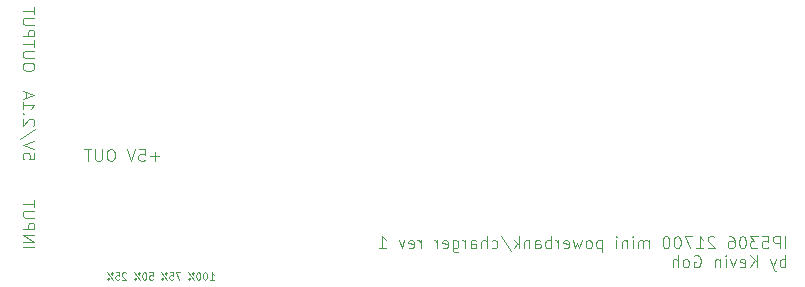
<source format=gbr>
%TF.GenerationSoftware,KiCad,Pcbnew,9.0.6*%
%TF.CreationDate,2026-02-27T22:21:18+08:00*%
%TF.ProjectId,minipower,6d696e69-706f-4776-9572-2e6b69636164,rev?*%
%TF.SameCoordinates,Original*%
%TF.FileFunction,Legend,Bot*%
%TF.FilePolarity,Positive*%
%FSLAX46Y46*%
G04 Gerber Fmt 4.6, Leading zero omitted, Abs format (unit mm)*
G04 Created by KiCad (PCBNEW 9.0.6) date 2026-02-27 22:21:18*
%MOMM*%
%LPD*%
G01*
G04 APERTURE LIST*
%ADD10C,0.100000*%
%ADD11O,1.900000X1.100000*%
%ADD12O,1.500000X4.200000*%
G04 APERTURE END LIST*
D10*
X161196115Y-71762475D02*
X161196115Y-70762475D01*
X160719925Y-71762475D02*
X160719925Y-70762475D01*
X160719925Y-70762475D02*
X160338973Y-70762475D01*
X160338973Y-70762475D02*
X160243735Y-70810094D01*
X160243735Y-70810094D02*
X160196116Y-70857713D01*
X160196116Y-70857713D02*
X160148497Y-70952951D01*
X160148497Y-70952951D02*
X160148497Y-71095808D01*
X160148497Y-71095808D02*
X160196116Y-71191046D01*
X160196116Y-71191046D02*
X160243735Y-71238665D01*
X160243735Y-71238665D02*
X160338973Y-71286284D01*
X160338973Y-71286284D02*
X160719925Y-71286284D01*
X159243735Y-70762475D02*
X159719925Y-70762475D01*
X159719925Y-70762475D02*
X159767544Y-71238665D01*
X159767544Y-71238665D02*
X159719925Y-71191046D01*
X159719925Y-71191046D02*
X159624687Y-71143427D01*
X159624687Y-71143427D02*
X159386592Y-71143427D01*
X159386592Y-71143427D02*
X159291354Y-71191046D01*
X159291354Y-71191046D02*
X159243735Y-71238665D01*
X159243735Y-71238665D02*
X159196116Y-71333903D01*
X159196116Y-71333903D02*
X159196116Y-71571998D01*
X159196116Y-71571998D02*
X159243735Y-71667236D01*
X159243735Y-71667236D02*
X159291354Y-71714856D01*
X159291354Y-71714856D02*
X159386592Y-71762475D01*
X159386592Y-71762475D02*
X159624687Y-71762475D01*
X159624687Y-71762475D02*
X159719925Y-71714856D01*
X159719925Y-71714856D02*
X159767544Y-71667236D01*
X158862782Y-70762475D02*
X158243735Y-70762475D01*
X158243735Y-70762475D02*
X158577068Y-71143427D01*
X158577068Y-71143427D02*
X158434211Y-71143427D01*
X158434211Y-71143427D02*
X158338973Y-71191046D01*
X158338973Y-71191046D02*
X158291354Y-71238665D01*
X158291354Y-71238665D02*
X158243735Y-71333903D01*
X158243735Y-71333903D02*
X158243735Y-71571998D01*
X158243735Y-71571998D02*
X158291354Y-71667236D01*
X158291354Y-71667236D02*
X158338973Y-71714856D01*
X158338973Y-71714856D02*
X158434211Y-71762475D01*
X158434211Y-71762475D02*
X158719925Y-71762475D01*
X158719925Y-71762475D02*
X158815163Y-71714856D01*
X158815163Y-71714856D02*
X158862782Y-71667236D01*
X157624687Y-70762475D02*
X157529449Y-70762475D01*
X157529449Y-70762475D02*
X157434211Y-70810094D01*
X157434211Y-70810094D02*
X157386592Y-70857713D01*
X157386592Y-70857713D02*
X157338973Y-70952951D01*
X157338973Y-70952951D02*
X157291354Y-71143427D01*
X157291354Y-71143427D02*
X157291354Y-71381522D01*
X157291354Y-71381522D02*
X157338973Y-71571998D01*
X157338973Y-71571998D02*
X157386592Y-71667236D01*
X157386592Y-71667236D02*
X157434211Y-71714856D01*
X157434211Y-71714856D02*
X157529449Y-71762475D01*
X157529449Y-71762475D02*
X157624687Y-71762475D01*
X157624687Y-71762475D02*
X157719925Y-71714856D01*
X157719925Y-71714856D02*
X157767544Y-71667236D01*
X157767544Y-71667236D02*
X157815163Y-71571998D01*
X157815163Y-71571998D02*
X157862782Y-71381522D01*
X157862782Y-71381522D02*
X157862782Y-71143427D01*
X157862782Y-71143427D02*
X157815163Y-70952951D01*
X157815163Y-70952951D02*
X157767544Y-70857713D01*
X157767544Y-70857713D02*
X157719925Y-70810094D01*
X157719925Y-70810094D02*
X157624687Y-70762475D01*
X156434211Y-70762475D02*
X156624687Y-70762475D01*
X156624687Y-70762475D02*
X156719925Y-70810094D01*
X156719925Y-70810094D02*
X156767544Y-70857713D01*
X156767544Y-70857713D02*
X156862782Y-71000570D01*
X156862782Y-71000570D02*
X156910401Y-71191046D01*
X156910401Y-71191046D02*
X156910401Y-71571998D01*
X156910401Y-71571998D02*
X156862782Y-71667236D01*
X156862782Y-71667236D02*
X156815163Y-71714856D01*
X156815163Y-71714856D02*
X156719925Y-71762475D01*
X156719925Y-71762475D02*
X156529449Y-71762475D01*
X156529449Y-71762475D02*
X156434211Y-71714856D01*
X156434211Y-71714856D02*
X156386592Y-71667236D01*
X156386592Y-71667236D02*
X156338973Y-71571998D01*
X156338973Y-71571998D02*
X156338973Y-71333903D01*
X156338973Y-71333903D02*
X156386592Y-71238665D01*
X156386592Y-71238665D02*
X156434211Y-71191046D01*
X156434211Y-71191046D02*
X156529449Y-71143427D01*
X156529449Y-71143427D02*
X156719925Y-71143427D01*
X156719925Y-71143427D02*
X156815163Y-71191046D01*
X156815163Y-71191046D02*
X156862782Y-71238665D01*
X156862782Y-71238665D02*
X156910401Y-71333903D01*
X155196115Y-70857713D02*
X155148496Y-70810094D01*
X155148496Y-70810094D02*
X155053258Y-70762475D01*
X155053258Y-70762475D02*
X154815163Y-70762475D01*
X154815163Y-70762475D02*
X154719925Y-70810094D01*
X154719925Y-70810094D02*
X154672306Y-70857713D01*
X154672306Y-70857713D02*
X154624687Y-70952951D01*
X154624687Y-70952951D02*
X154624687Y-71048189D01*
X154624687Y-71048189D02*
X154672306Y-71191046D01*
X154672306Y-71191046D02*
X155243734Y-71762475D01*
X155243734Y-71762475D02*
X154624687Y-71762475D01*
X153672306Y-71762475D02*
X154243734Y-71762475D01*
X153958020Y-71762475D02*
X153958020Y-70762475D01*
X153958020Y-70762475D02*
X154053258Y-70905332D01*
X154053258Y-70905332D02*
X154148496Y-71000570D01*
X154148496Y-71000570D02*
X154243734Y-71048189D01*
X153338972Y-70762475D02*
X152672306Y-70762475D01*
X152672306Y-70762475D02*
X153100877Y-71762475D01*
X152100877Y-70762475D02*
X152005639Y-70762475D01*
X152005639Y-70762475D02*
X151910401Y-70810094D01*
X151910401Y-70810094D02*
X151862782Y-70857713D01*
X151862782Y-70857713D02*
X151815163Y-70952951D01*
X151815163Y-70952951D02*
X151767544Y-71143427D01*
X151767544Y-71143427D02*
X151767544Y-71381522D01*
X151767544Y-71381522D02*
X151815163Y-71571998D01*
X151815163Y-71571998D02*
X151862782Y-71667236D01*
X151862782Y-71667236D02*
X151910401Y-71714856D01*
X151910401Y-71714856D02*
X152005639Y-71762475D01*
X152005639Y-71762475D02*
X152100877Y-71762475D01*
X152100877Y-71762475D02*
X152196115Y-71714856D01*
X152196115Y-71714856D02*
X152243734Y-71667236D01*
X152243734Y-71667236D02*
X152291353Y-71571998D01*
X152291353Y-71571998D02*
X152338972Y-71381522D01*
X152338972Y-71381522D02*
X152338972Y-71143427D01*
X152338972Y-71143427D02*
X152291353Y-70952951D01*
X152291353Y-70952951D02*
X152243734Y-70857713D01*
X152243734Y-70857713D02*
X152196115Y-70810094D01*
X152196115Y-70810094D02*
X152100877Y-70762475D01*
X151148496Y-70762475D02*
X151053258Y-70762475D01*
X151053258Y-70762475D02*
X150958020Y-70810094D01*
X150958020Y-70810094D02*
X150910401Y-70857713D01*
X150910401Y-70857713D02*
X150862782Y-70952951D01*
X150862782Y-70952951D02*
X150815163Y-71143427D01*
X150815163Y-71143427D02*
X150815163Y-71381522D01*
X150815163Y-71381522D02*
X150862782Y-71571998D01*
X150862782Y-71571998D02*
X150910401Y-71667236D01*
X150910401Y-71667236D02*
X150958020Y-71714856D01*
X150958020Y-71714856D02*
X151053258Y-71762475D01*
X151053258Y-71762475D02*
X151148496Y-71762475D01*
X151148496Y-71762475D02*
X151243734Y-71714856D01*
X151243734Y-71714856D02*
X151291353Y-71667236D01*
X151291353Y-71667236D02*
X151338972Y-71571998D01*
X151338972Y-71571998D02*
X151386591Y-71381522D01*
X151386591Y-71381522D02*
X151386591Y-71143427D01*
X151386591Y-71143427D02*
X151338972Y-70952951D01*
X151338972Y-70952951D02*
X151291353Y-70857713D01*
X151291353Y-70857713D02*
X151243734Y-70810094D01*
X151243734Y-70810094D02*
X151148496Y-70762475D01*
X149624686Y-71762475D02*
X149624686Y-71095808D01*
X149624686Y-71191046D02*
X149577067Y-71143427D01*
X149577067Y-71143427D02*
X149481829Y-71095808D01*
X149481829Y-71095808D02*
X149338972Y-71095808D01*
X149338972Y-71095808D02*
X149243734Y-71143427D01*
X149243734Y-71143427D02*
X149196115Y-71238665D01*
X149196115Y-71238665D02*
X149196115Y-71762475D01*
X149196115Y-71238665D02*
X149148496Y-71143427D01*
X149148496Y-71143427D02*
X149053258Y-71095808D01*
X149053258Y-71095808D02*
X148910401Y-71095808D01*
X148910401Y-71095808D02*
X148815162Y-71143427D01*
X148815162Y-71143427D02*
X148767543Y-71238665D01*
X148767543Y-71238665D02*
X148767543Y-71762475D01*
X148291353Y-71762475D02*
X148291353Y-71095808D01*
X148291353Y-70762475D02*
X148338972Y-70810094D01*
X148338972Y-70810094D02*
X148291353Y-70857713D01*
X148291353Y-70857713D02*
X148243734Y-70810094D01*
X148243734Y-70810094D02*
X148291353Y-70762475D01*
X148291353Y-70762475D02*
X148291353Y-70857713D01*
X147815163Y-71095808D02*
X147815163Y-71762475D01*
X147815163Y-71191046D02*
X147767544Y-71143427D01*
X147767544Y-71143427D02*
X147672306Y-71095808D01*
X147672306Y-71095808D02*
X147529449Y-71095808D01*
X147529449Y-71095808D02*
X147434211Y-71143427D01*
X147434211Y-71143427D02*
X147386592Y-71238665D01*
X147386592Y-71238665D02*
X147386592Y-71762475D01*
X146910401Y-71762475D02*
X146910401Y-71095808D01*
X146910401Y-70762475D02*
X146958020Y-70810094D01*
X146958020Y-70810094D02*
X146910401Y-70857713D01*
X146910401Y-70857713D02*
X146862782Y-70810094D01*
X146862782Y-70810094D02*
X146910401Y-70762475D01*
X146910401Y-70762475D02*
X146910401Y-70857713D01*
X145672306Y-71095808D02*
X145672306Y-72095808D01*
X145672306Y-71143427D02*
X145577068Y-71095808D01*
X145577068Y-71095808D02*
X145386592Y-71095808D01*
X145386592Y-71095808D02*
X145291354Y-71143427D01*
X145291354Y-71143427D02*
X145243735Y-71191046D01*
X145243735Y-71191046D02*
X145196116Y-71286284D01*
X145196116Y-71286284D02*
X145196116Y-71571998D01*
X145196116Y-71571998D02*
X145243735Y-71667236D01*
X145243735Y-71667236D02*
X145291354Y-71714856D01*
X145291354Y-71714856D02*
X145386592Y-71762475D01*
X145386592Y-71762475D02*
X145577068Y-71762475D01*
X145577068Y-71762475D02*
X145672306Y-71714856D01*
X144624687Y-71762475D02*
X144719925Y-71714856D01*
X144719925Y-71714856D02*
X144767544Y-71667236D01*
X144767544Y-71667236D02*
X144815163Y-71571998D01*
X144815163Y-71571998D02*
X144815163Y-71286284D01*
X144815163Y-71286284D02*
X144767544Y-71191046D01*
X144767544Y-71191046D02*
X144719925Y-71143427D01*
X144719925Y-71143427D02*
X144624687Y-71095808D01*
X144624687Y-71095808D02*
X144481830Y-71095808D01*
X144481830Y-71095808D02*
X144386592Y-71143427D01*
X144386592Y-71143427D02*
X144338973Y-71191046D01*
X144338973Y-71191046D02*
X144291354Y-71286284D01*
X144291354Y-71286284D02*
X144291354Y-71571998D01*
X144291354Y-71571998D02*
X144338973Y-71667236D01*
X144338973Y-71667236D02*
X144386592Y-71714856D01*
X144386592Y-71714856D02*
X144481830Y-71762475D01*
X144481830Y-71762475D02*
X144624687Y-71762475D01*
X143958020Y-71095808D02*
X143767544Y-71762475D01*
X143767544Y-71762475D02*
X143577068Y-71286284D01*
X143577068Y-71286284D02*
X143386592Y-71762475D01*
X143386592Y-71762475D02*
X143196116Y-71095808D01*
X142434211Y-71714856D02*
X142529449Y-71762475D01*
X142529449Y-71762475D02*
X142719925Y-71762475D01*
X142719925Y-71762475D02*
X142815163Y-71714856D01*
X142815163Y-71714856D02*
X142862782Y-71619617D01*
X142862782Y-71619617D02*
X142862782Y-71238665D01*
X142862782Y-71238665D02*
X142815163Y-71143427D01*
X142815163Y-71143427D02*
X142719925Y-71095808D01*
X142719925Y-71095808D02*
X142529449Y-71095808D01*
X142529449Y-71095808D02*
X142434211Y-71143427D01*
X142434211Y-71143427D02*
X142386592Y-71238665D01*
X142386592Y-71238665D02*
X142386592Y-71333903D01*
X142386592Y-71333903D02*
X142862782Y-71429141D01*
X141958020Y-71762475D02*
X141958020Y-71095808D01*
X141958020Y-71286284D02*
X141910401Y-71191046D01*
X141910401Y-71191046D02*
X141862782Y-71143427D01*
X141862782Y-71143427D02*
X141767544Y-71095808D01*
X141767544Y-71095808D02*
X141672306Y-71095808D01*
X141338972Y-71762475D02*
X141338972Y-70762475D01*
X141338972Y-71143427D02*
X141243734Y-71095808D01*
X141243734Y-71095808D02*
X141053258Y-71095808D01*
X141053258Y-71095808D02*
X140958020Y-71143427D01*
X140958020Y-71143427D02*
X140910401Y-71191046D01*
X140910401Y-71191046D02*
X140862782Y-71286284D01*
X140862782Y-71286284D02*
X140862782Y-71571998D01*
X140862782Y-71571998D02*
X140910401Y-71667236D01*
X140910401Y-71667236D02*
X140958020Y-71714856D01*
X140958020Y-71714856D02*
X141053258Y-71762475D01*
X141053258Y-71762475D02*
X141243734Y-71762475D01*
X141243734Y-71762475D02*
X141338972Y-71714856D01*
X140005639Y-71762475D02*
X140005639Y-71238665D01*
X140005639Y-71238665D02*
X140053258Y-71143427D01*
X140053258Y-71143427D02*
X140148496Y-71095808D01*
X140148496Y-71095808D02*
X140338972Y-71095808D01*
X140338972Y-71095808D02*
X140434210Y-71143427D01*
X140005639Y-71714856D02*
X140100877Y-71762475D01*
X140100877Y-71762475D02*
X140338972Y-71762475D01*
X140338972Y-71762475D02*
X140434210Y-71714856D01*
X140434210Y-71714856D02*
X140481829Y-71619617D01*
X140481829Y-71619617D02*
X140481829Y-71524379D01*
X140481829Y-71524379D02*
X140434210Y-71429141D01*
X140434210Y-71429141D02*
X140338972Y-71381522D01*
X140338972Y-71381522D02*
X140100877Y-71381522D01*
X140100877Y-71381522D02*
X140005639Y-71333903D01*
X139529448Y-71095808D02*
X139529448Y-71762475D01*
X139529448Y-71191046D02*
X139481829Y-71143427D01*
X139481829Y-71143427D02*
X139386591Y-71095808D01*
X139386591Y-71095808D02*
X139243734Y-71095808D01*
X139243734Y-71095808D02*
X139148496Y-71143427D01*
X139148496Y-71143427D02*
X139100877Y-71238665D01*
X139100877Y-71238665D02*
X139100877Y-71762475D01*
X138624686Y-71762475D02*
X138624686Y-70762475D01*
X138529448Y-71381522D02*
X138243734Y-71762475D01*
X138243734Y-71095808D02*
X138624686Y-71476760D01*
X137100877Y-70714856D02*
X137958019Y-72000570D01*
X136338972Y-71714856D02*
X136434210Y-71762475D01*
X136434210Y-71762475D02*
X136624686Y-71762475D01*
X136624686Y-71762475D02*
X136719924Y-71714856D01*
X136719924Y-71714856D02*
X136767543Y-71667236D01*
X136767543Y-71667236D02*
X136815162Y-71571998D01*
X136815162Y-71571998D02*
X136815162Y-71286284D01*
X136815162Y-71286284D02*
X136767543Y-71191046D01*
X136767543Y-71191046D02*
X136719924Y-71143427D01*
X136719924Y-71143427D02*
X136624686Y-71095808D01*
X136624686Y-71095808D02*
X136434210Y-71095808D01*
X136434210Y-71095808D02*
X136338972Y-71143427D01*
X135910400Y-71762475D02*
X135910400Y-70762475D01*
X135481829Y-71762475D02*
X135481829Y-71238665D01*
X135481829Y-71238665D02*
X135529448Y-71143427D01*
X135529448Y-71143427D02*
X135624686Y-71095808D01*
X135624686Y-71095808D02*
X135767543Y-71095808D01*
X135767543Y-71095808D02*
X135862781Y-71143427D01*
X135862781Y-71143427D02*
X135910400Y-71191046D01*
X134577067Y-71762475D02*
X134577067Y-71238665D01*
X134577067Y-71238665D02*
X134624686Y-71143427D01*
X134624686Y-71143427D02*
X134719924Y-71095808D01*
X134719924Y-71095808D02*
X134910400Y-71095808D01*
X134910400Y-71095808D02*
X135005638Y-71143427D01*
X134577067Y-71714856D02*
X134672305Y-71762475D01*
X134672305Y-71762475D02*
X134910400Y-71762475D01*
X134910400Y-71762475D02*
X135005638Y-71714856D01*
X135005638Y-71714856D02*
X135053257Y-71619617D01*
X135053257Y-71619617D02*
X135053257Y-71524379D01*
X135053257Y-71524379D02*
X135005638Y-71429141D01*
X135005638Y-71429141D02*
X134910400Y-71381522D01*
X134910400Y-71381522D02*
X134672305Y-71381522D01*
X134672305Y-71381522D02*
X134577067Y-71333903D01*
X134100876Y-71762475D02*
X134100876Y-71095808D01*
X134100876Y-71286284D02*
X134053257Y-71191046D01*
X134053257Y-71191046D02*
X134005638Y-71143427D01*
X134005638Y-71143427D02*
X133910400Y-71095808D01*
X133910400Y-71095808D02*
X133815162Y-71095808D01*
X133053257Y-71095808D02*
X133053257Y-71905332D01*
X133053257Y-71905332D02*
X133100876Y-72000570D01*
X133100876Y-72000570D02*
X133148495Y-72048189D01*
X133148495Y-72048189D02*
X133243733Y-72095808D01*
X133243733Y-72095808D02*
X133386590Y-72095808D01*
X133386590Y-72095808D02*
X133481828Y-72048189D01*
X133053257Y-71714856D02*
X133148495Y-71762475D01*
X133148495Y-71762475D02*
X133338971Y-71762475D01*
X133338971Y-71762475D02*
X133434209Y-71714856D01*
X133434209Y-71714856D02*
X133481828Y-71667236D01*
X133481828Y-71667236D02*
X133529447Y-71571998D01*
X133529447Y-71571998D02*
X133529447Y-71286284D01*
X133529447Y-71286284D02*
X133481828Y-71191046D01*
X133481828Y-71191046D02*
X133434209Y-71143427D01*
X133434209Y-71143427D02*
X133338971Y-71095808D01*
X133338971Y-71095808D02*
X133148495Y-71095808D01*
X133148495Y-71095808D02*
X133053257Y-71143427D01*
X132196114Y-71714856D02*
X132291352Y-71762475D01*
X132291352Y-71762475D02*
X132481828Y-71762475D01*
X132481828Y-71762475D02*
X132577066Y-71714856D01*
X132577066Y-71714856D02*
X132624685Y-71619617D01*
X132624685Y-71619617D02*
X132624685Y-71238665D01*
X132624685Y-71238665D02*
X132577066Y-71143427D01*
X132577066Y-71143427D02*
X132481828Y-71095808D01*
X132481828Y-71095808D02*
X132291352Y-71095808D01*
X132291352Y-71095808D02*
X132196114Y-71143427D01*
X132196114Y-71143427D02*
X132148495Y-71238665D01*
X132148495Y-71238665D02*
X132148495Y-71333903D01*
X132148495Y-71333903D02*
X132624685Y-71429141D01*
X131719923Y-71762475D02*
X131719923Y-71095808D01*
X131719923Y-71286284D02*
X131672304Y-71191046D01*
X131672304Y-71191046D02*
X131624685Y-71143427D01*
X131624685Y-71143427D02*
X131529447Y-71095808D01*
X131529447Y-71095808D02*
X131434209Y-71095808D01*
X130338970Y-71762475D02*
X130338970Y-71095808D01*
X130338970Y-71286284D02*
X130291351Y-71191046D01*
X130291351Y-71191046D02*
X130243732Y-71143427D01*
X130243732Y-71143427D02*
X130148494Y-71095808D01*
X130148494Y-71095808D02*
X130053256Y-71095808D01*
X129338970Y-71714856D02*
X129434208Y-71762475D01*
X129434208Y-71762475D02*
X129624684Y-71762475D01*
X129624684Y-71762475D02*
X129719922Y-71714856D01*
X129719922Y-71714856D02*
X129767541Y-71619617D01*
X129767541Y-71619617D02*
X129767541Y-71238665D01*
X129767541Y-71238665D02*
X129719922Y-71143427D01*
X129719922Y-71143427D02*
X129624684Y-71095808D01*
X129624684Y-71095808D02*
X129434208Y-71095808D01*
X129434208Y-71095808D02*
X129338970Y-71143427D01*
X129338970Y-71143427D02*
X129291351Y-71238665D01*
X129291351Y-71238665D02*
X129291351Y-71333903D01*
X129291351Y-71333903D02*
X129767541Y-71429141D01*
X128958017Y-71095808D02*
X128719922Y-71762475D01*
X128719922Y-71762475D02*
X128481827Y-71095808D01*
X126815160Y-71762475D02*
X127386588Y-71762475D01*
X127100874Y-71762475D02*
X127100874Y-70762475D01*
X127100874Y-70762475D02*
X127196112Y-70905332D01*
X127196112Y-70905332D02*
X127291350Y-71000570D01*
X127291350Y-71000570D02*
X127386588Y-71048189D01*
X161196115Y-73372419D02*
X161196115Y-72372419D01*
X161196115Y-72753371D02*
X161100877Y-72705752D01*
X161100877Y-72705752D02*
X160910401Y-72705752D01*
X160910401Y-72705752D02*
X160815163Y-72753371D01*
X160815163Y-72753371D02*
X160767544Y-72800990D01*
X160767544Y-72800990D02*
X160719925Y-72896228D01*
X160719925Y-72896228D02*
X160719925Y-73181942D01*
X160719925Y-73181942D02*
X160767544Y-73277180D01*
X160767544Y-73277180D02*
X160815163Y-73324800D01*
X160815163Y-73324800D02*
X160910401Y-73372419D01*
X160910401Y-73372419D02*
X161100877Y-73372419D01*
X161100877Y-73372419D02*
X161196115Y-73324800D01*
X160386591Y-72705752D02*
X160148496Y-73372419D01*
X159910401Y-72705752D02*
X160148496Y-73372419D01*
X160148496Y-73372419D02*
X160243734Y-73610514D01*
X160243734Y-73610514D02*
X160291353Y-73658133D01*
X160291353Y-73658133D02*
X160386591Y-73705752D01*
X158767543Y-73372419D02*
X158767543Y-72372419D01*
X158196115Y-73372419D02*
X158624686Y-72800990D01*
X158196115Y-72372419D02*
X158767543Y-72943847D01*
X157386591Y-73324800D02*
X157481829Y-73372419D01*
X157481829Y-73372419D02*
X157672305Y-73372419D01*
X157672305Y-73372419D02*
X157767543Y-73324800D01*
X157767543Y-73324800D02*
X157815162Y-73229561D01*
X157815162Y-73229561D02*
X157815162Y-72848609D01*
X157815162Y-72848609D02*
X157767543Y-72753371D01*
X157767543Y-72753371D02*
X157672305Y-72705752D01*
X157672305Y-72705752D02*
X157481829Y-72705752D01*
X157481829Y-72705752D02*
X157386591Y-72753371D01*
X157386591Y-72753371D02*
X157338972Y-72848609D01*
X157338972Y-72848609D02*
X157338972Y-72943847D01*
X157338972Y-72943847D02*
X157815162Y-73039085D01*
X157005638Y-72705752D02*
X156767543Y-73372419D01*
X156767543Y-73372419D02*
X156529448Y-72705752D01*
X156148495Y-73372419D02*
X156148495Y-72705752D01*
X156148495Y-72372419D02*
X156196114Y-72420038D01*
X156196114Y-72420038D02*
X156148495Y-72467657D01*
X156148495Y-72467657D02*
X156100876Y-72420038D01*
X156100876Y-72420038D02*
X156148495Y-72372419D01*
X156148495Y-72372419D02*
X156148495Y-72467657D01*
X155672305Y-72705752D02*
X155672305Y-73372419D01*
X155672305Y-72800990D02*
X155624686Y-72753371D01*
X155624686Y-72753371D02*
X155529448Y-72705752D01*
X155529448Y-72705752D02*
X155386591Y-72705752D01*
X155386591Y-72705752D02*
X155291353Y-72753371D01*
X155291353Y-72753371D02*
X155243734Y-72848609D01*
X155243734Y-72848609D02*
X155243734Y-73372419D01*
X153481829Y-72420038D02*
X153577067Y-72372419D01*
X153577067Y-72372419D02*
X153719924Y-72372419D01*
X153719924Y-72372419D02*
X153862781Y-72420038D01*
X153862781Y-72420038D02*
X153958019Y-72515276D01*
X153958019Y-72515276D02*
X154005638Y-72610514D01*
X154005638Y-72610514D02*
X154053257Y-72800990D01*
X154053257Y-72800990D02*
X154053257Y-72943847D01*
X154053257Y-72943847D02*
X154005638Y-73134323D01*
X154005638Y-73134323D02*
X153958019Y-73229561D01*
X153958019Y-73229561D02*
X153862781Y-73324800D01*
X153862781Y-73324800D02*
X153719924Y-73372419D01*
X153719924Y-73372419D02*
X153624686Y-73372419D01*
X153624686Y-73372419D02*
X153481829Y-73324800D01*
X153481829Y-73324800D02*
X153434210Y-73277180D01*
X153434210Y-73277180D02*
X153434210Y-72943847D01*
X153434210Y-72943847D02*
X153624686Y-72943847D01*
X152862781Y-73372419D02*
X152958019Y-73324800D01*
X152958019Y-73324800D02*
X153005638Y-73277180D01*
X153005638Y-73277180D02*
X153053257Y-73181942D01*
X153053257Y-73181942D02*
X153053257Y-72896228D01*
X153053257Y-72896228D02*
X153005638Y-72800990D01*
X153005638Y-72800990D02*
X152958019Y-72753371D01*
X152958019Y-72753371D02*
X152862781Y-72705752D01*
X152862781Y-72705752D02*
X152719924Y-72705752D01*
X152719924Y-72705752D02*
X152624686Y-72753371D01*
X152624686Y-72753371D02*
X152577067Y-72800990D01*
X152577067Y-72800990D02*
X152529448Y-72896228D01*
X152529448Y-72896228D02*
X152529448Y-73181942D01*
X152529448Y-73181942D02*
X152577067Y-73277180D01*
X152577067Y-73277180D02*
X152624686Y-73324800D01*
X152624686Y-73324800D02*
X152719924Y-73372419D01*
X152719924Y-73372419D02*
X152862781Y-73372419D01*
X152100876Y-73372419D02*
X152100876Y-72372419D01*
X151672305Y-73372419D02*
X151672305Y-72848609D01*
X151672305Y-72848609D02*
X151719924Y-72753371D01*
X151719924Y-72753371D02*
X151815162Y-72705752D01*
X151815162Y-72705752D02*
X151958019Y-72705752D01*
X151958019Y-72705752D02*
X152053257Y-72753371D01*
X152053257Y-72753371D02*
X152100876Y-72800990D01*
X108196115Y-63991466D02*
X107434211Y-63991466D01*
X107815163Y-64372419D02*
X107815163Y-63610514D01*
X106481830Y-63372419D02*
X106958020Y-63372419D01*
X106958020Y-63372419D02*
X107005639Y-63848609D01*
X107005639Y-63848609D02*
X106958020Y-63800990D01*
X106958020Y-63800990D02*
X106862782Y-63753371D01*
X106862782Y-63753371D02*
X106624687Y-63753371D01*
X106624687Y-63753371D02*
X106529449Y-63800990D01*
X106529449Y-63800990D02*
X106481830Y-63848609D01*
X106481830Y-63848609D02*
X106434211Y-63943847D01*
X106434211Y-63943847D02*
X106434211Y-64181942D01*
X106434211Y-64181942D02*
X106481830Y-64277180D01*
X106481830Y-64277180D02*
X106529449Y-64324800D01*
X106529449Y-64324800D02*
X106624687Y-64372419D01*
X106624687Y-64372419D02*
X106862782Y-64372419D01*
X106862782Y-64372419D02*
X106958020Y-64324800D01*
X106958020Y-64324800D02*
X107005639Y-64277180D01*
X106148496Y-63372419D02*
X105815163Y-64372419D01*
X105815163Y-64372419D02*
X105481830Y-63372419D01*
X104196115Y-63372419D02*
X104005639Y-63372419D01*
X104005639Y-63372419D02*
X103910401Y-63420038D01*
X103910401Y-63420038D02*
X103815163Y-63515276D01*
X103815163Y-63515276D02*
X103767544Y-63705752D01*
X103767544Y-63705752D02*
X103767544Y-64039085D01*
X103767544Y-64039085D02*
X103815163Y-64229561D01*
X103815163Y-64229561D02*
X103910401Y-64324800D01*
X103910401Y-64324800D02*
X104005639Y-64372419D01*
X104005639Y-64372419D02*
X104196115Y-64372419D01*
X104196115Y-64372419D02*
X104291353Y-64324800D01*
X104291353Y-64324800D02*
X104386591Y-64229561D01*
X104386591Y-64229561D02*
X104434210Y-64039085D01*
X104434210Y-64039085D02*
X104434210Y-63705752D01*
X104434210Y-63705752D02*
X104386591Y-63515276D01*
X104386591Y-63515276D02*
X104291353Y-63420038D01*
X104291353Y-63420038D02*
X104196115Y-63372419D01*
X103338972Y-63372419D02*
X103338972Y-64181942D01*
X103338972Y-64181942D02*
X103291353Y-64277180D01*
X103291353Y-64277180D02*
X103243734Y-64324800D01*
X103243734Y-64324800D02*
X103148496Y-64372419D01*
X103148496Y-64372419D02*
X102958020Y-64372419D01*
X102958020Y-64372419D02*
X102862782Y-64324800D01*
X102862782Y-64324800D02*
X102815163Y-64277180D01*
X102815163Y-64277180D02*
X102767544Y-64181942D01*
X102767544Y-64181942D02*
X102767544Y-63372419D01*
X102434210Y-63372419D02*
X101862782Y-63372419D01*
X102148496Y-64372419D02*
X102148496Y-63372419D01*
X97627580Y-63719925D02*
X97627580Y-64196115D01*
X97627580Y-64196115D02*
X97151390Y-64243734D01*
X97151390Y-64243734D02*
X97199009Y-64196115D01*
X97199009Y-64196115D02*
X97246628Y-64100877D01*
X97246628Y-64100877D02*
X97246628Y-63862782D01*
X97246628Y-63862782D02*
X97199009Y-63767544D01*
X97199009Y-63767544D02*
X97151390Y-63719925D01*
X97151390Y-63719925D02*
X97056152Y-63672306D01*
X97056152Y-63672306D02*
X96818057Y-63672306D01*
X96818057Y-63672306D02*
X96722819Y-63719925D01*
X96722819Y-63719925D02*
X96675200Y-63767544D01*
X96675200Y-63767544D02*
X96627580Y-63862782D01*
X96627580Y-63862782D02*
X96627580Y-64100877D01*
X96627580Y-64100877D02*
X96675200Y-64196115D01*
X96675200Y-64196115D02*
X96722819Y-64243734D01*
X97627580Y-63386591D02*
X96627580Y-63053258D01*
X96627580Y-63053258D02*
X97627580Y-62719925D01*
X97675200Y-61672306D02*
X96389485Y-62529448D01*
X97532342Y-61386591D02*
X97579961Y-61338972D01*
X97579961Y-61338972D02*
X97627580Y-61243734D01*
X97627580Y-61243734D02*
X97627580Y-61005639D01*
X97627580Y-61005639D02*
X97579961Y-60910401D01*
X97579961Y-60910401D02*
X97532342Y-60862782D01*
X97532342Y-60862782D02*
X97437104Y-60815163D01*
X97437104Y-60815163D02*
X97341866Y-60815163D01*
X97341866Y-60815163D02*
X97199009Y-60862782D01*
X97199009Y-60862782D02*
X96627580Y-61434210D01*
X96627580Y-61434210D02*
X96627580Y-60815163D01*
X96722819Y-60386591D02*
X96675200Y-60338972D01*
X96675200Y-60338972D02*
X96627580Y-60386591D01*
X96627580Y-60386591D02*
X96675200Y-60434210D01*
X96675200Y-60434210D02*
X96722819Y-60386591D01*
X96722819Y-60386591D02*
X96627580Y-60386591D01*
X96627580Y-59386592D02*
X96627580Y-59958020D01*
X96627580Y-59672306D02*
X97627580Y-59672306D01*
X97627580Y-59672306D02*
X97484723Y-59767544D01*
X97484723Y-59767544D02*
X97389485Y-59862782D01*
X97389485Y-59862782D02*
X97341866Y-59958020D01*
X96913295Y-59005639D02*
X96913295Y-58529449D01*
X96627580Y-59100877D02*
X97627580Y-58767544D01*
X97627580Y-58767544D02*
X96627580Y-58434211D01*
X112477068Y-74421371D02*
X112819925Y-74421371D01*
X112648496Y-74421371D02*
X112648496Y-73821371D01*
X112648496Y-73821371D02*
X112705639Y-73907085D01*
X112705639Y-73907085D02*
X112762782Y-73964228D01*
X112762782Y-73964228D02*
X112819925Y-73992800D01*
X112105639Y-73821371D02*
X112048496Y-73821371D01*
X112048496Y-73821371D02*
X111991353Y-73849942D01*
X111991353Y-73849942D02*
X111962782Y-73878514D01*
X111962782Y-73878514D02*
X111934210Y-73935657D01*
X111934210Y-73935657D02*
X111905639Y-74049942D01*
X111905639Y-74049942D02*
X111905639Y-74192800D01*
X111905639Y-74192800D02*
X111934210Y-74307085D01*
X111934210Y-74307085D02*
X111962782Y-74364228D01*
X111962782Y-74364228D02*
X111991353Y-74392800D01*
X111991353Y-74392800D02*
X112048496Y-74421371D01*
X112048496Y-74421371D02*
X112105639Y-74421371D01*
X112105639Y-74421371D02*
X112162782Y-74392800D01*
X112162782Y-74392800D02*
X112191353Y-74364228D01*
X112191353Y-74364228D02*
X112219924Y-74307085D01*
X112219924Y-74307085D02*
X112248496Y-74192800D01*
X112248496Y-74192800D02*
X112248496Y-74049942D01*
X112248496Y-74049942D02*
X112219924Y-73935657D01*
X112219924Y-73935657D02*
X112191353Y-73878514D01*
X112191353Y-73878514D02*
X112162782Y-73849942D01*
X112162782Y-73849942D02*
X112105639Y-73821371D01*
X111534210Y-73821371D02*
X111477067Y-73821371D01*
X111477067Y-73821371D02*
X111419924Y-73849942D01*
X111419924Y-73849942D02*
X111391353Y-73878514D01*
X111391353Y-73878514D02*
X111362781Y-73935657D01*
X111362781Y-73935657D02*
X111334210Y-74049942D01*
X111334210Y-74049942D02*
X111334210Y-74192800D01*
X111334210Y-74192800D02*
X111362781Y-74307085D01*
X111362781Y-74307085D02*
X111391353Y-74364228D01*
X111391353Y-74364228D02*
X111419924Y-74392800D01*
X111419924Y-74392800D02*
X111477067Y-74421371D01*
X111477067Y-74421371D02*
X111534210Y-74421371D01*
X111534210Y-74421371D02*
X111591353Y-74392800D01*
X111591353Y-74392800D02*
X111619924Y-74364228D01*
X111619924Y-74364228D02*
X111648495Y-74307085D01*
X111648495Y-74307085D02*
X111677067Y-74192800D01*
X111677067Y-74192800D02*
X111677067Y-74049942D01*
X111677067Y-74049942D02*
X111648495Y-73935657D01*
X111648495Y-73935657D02*
X111619924Y-73878514D01*
X111619924Y-73878514D02*
X111591353Y-73849942D01*
X111591353Y-73849942D02*
X111534210Y-73821371D01*
X111105638Y-74421371D02*
X110648495Y-73821371D01*
X111019924Y-73821371D02*
X110962781Y-73849942D01*
X110962781Y-73849942D02*
X110934209Y-73907085D01*
X110934209Y-73907085D02*
X110962781Y-73964228D01*
X110962781Y-73964228D02*
X111019924Y-73992800D01*
X111019924Y-73992800D02*
X111077066Y-73964228D01*
X111077066Y-73964228D02*
X111105638Y-73907085D01*
X111105638Y-73907085D02*
X111077066Y-73849942D01*
X111077066Y-73849942D02*
X111019924Y-73821371D01*
X110677066Y-74392800D02*
X110648495Y-74335657D01*
X110648495Y-74335657D02*
X110677066Y-74278514D01*
X110677066Y-74278514D02*
X110734209Y-74249942D01*
X110734209Y-74249942D02*
X110791352Y-74278514D01*
X110791352Y-74278514D02*
X110819924Y-74335657D01*
X110819924Y-74335657D02*
X110791352Y-74392800D01*
X110791352Y-74392800D02*
X110734209Y-74421371D01*
X110734209Y-74421371D02*
X110677066Y-74392800D01*
X109991352Y-73821371D02*
X109591352Y-73821371D01*
X109591352Y-73821371D02*
X109848495Y-74421371D01*
X109077066Y-73821371D02*
X109362780Y-73821371D01*
X109362780Y-73821371D02*
X109391352Y-74107085D01*
X109391352Y-74107085D02*
X109362780Y-74078514D01*
X109362780Y-74078514D02*
X109305638Y-74049942D01*
X109305638Y-74049942D02*
X109162780Y-74049942D01*
X109162780Y-74049942D02*
X109105638Y-74078514D01*
X109105638Y-74078514D02*
X109077066Y-74107085D01*
X109077066Y-74107085D02*
X109048495Y-74164228D01*
X109048495Y-74164228D02*
X109048495Y-74307085D01*
X109048495Y-74307085D02*
X109077066Y-74364228D01*
X109077066Y-74364228D02*
X109105638Y-74392800D01*
X109105638Y-74392800D02*
X109162780Y-74421371D01*
X109162780Y-74421371D02*
X109305638Y-74421371D01*
X109305638Y-74421371D02*
X109362780Y-74392800D01*
X109362780Y-74392800D02*
X109391352Y-74364228D01*
X108819923Y-74421371D02*
X108362780Y-73821371D01*
X108734209Y-73821371D02*
X108677066Y-73849942D01*
X108677066Y-73849942D02*
X108648494Y-73907085D01*
X108648494Y-73907085D02*
X108677066Y-73964228D01*
X108677066Y-73964228D02*
X108734209Y-73992800D01*
X108734209Y-73992800D02*
X108791351Y-73964228D01*
X108791351Y-73964228D02*
X108819923Y-73907085D01*
X108819923Y-73907085D02*
X108791351Y-73849942D01*
X108791351Y-73849942D02*
X108734209Y-73821371D01*
X108391351Y-74392800D02*
X108362780Y-74335657D01*
X108362780Y-74335657D02*
X108391351Y-74278514D01*
X108391351Y-74278514D02*
X108448494Y-74249942D01*
X108448494Y-74249942D02*
X108505637Y-74278514D01*
X108505637Y-74278514D02*
X108534209Y-74335657D01*
X108534209Y-74335657D02*
X108505637Y-74392800D01*
X108505637Y-74392800D02*
X108448494Y-74421371D01*
X108448494Y-74421371D02*
X108391351Y-74392800D01*
X107362780Y-73821371D02*
X107648494Y-73821371D01*
X107648494Y-73821371D02*
X107677066Y-74107085D01*
X107677066Y-74107085D02*
X107648494Y-74078514D01*
X107648494Y-74078514D02*
X107591352Y-74049942D01*
X107591352Y-74049942D02*
X107448494Y-74049942D01*
X107448494Y-74049942D02*
X107391352Y-74078514D01*
X107391352Y-74078514D02*
X107362780Y-74107085D01*
X107362780Y-74107085D02*
X107334209Y-74164228D01*
X107334209Y-74164228D02*
X107334209Y-74307085D01*
X107334209Y-74307085D02*
X107362780Y-74364228D01*
X107362780Y-74364228D02*
X107391352Y-74392800D01*
X107391352Y-74392800D02*
X107448494Y-74421371D01*
X107448494Y-74421371D02*
X107591352Y-74421371D01*
X107591352Y-74421371D02*
X107648494Y-74392800D01*
X107648494Y-74392800D02*
X107677066Y-74364228D01*
X106962780Y-73821371D02*
X106905637Y-73821371D01*
X106905637Y-73821371D02*
X106848494Y-73849942D01*
X106848494Y-73849942D02*
X106819923Y-73878514D01*
X106819923Y-73878514D02*
X106791351Y-73935657D01*
X106791351Y-73935657D02*
X106762780Y-74049942D01*
X106762780Y-74049942D02*
X106762780Y-74192800D01*
X106762780Y-74192800D02*
X106791351Y-74307085D01*
X106791351Y-74307085D02*
X106819923Y-74364228D01*
X106819923Y-74364228D02*
X106848494Y-74392800D01*
X106848494Y-74392800D02*
X106905637Y-74421371D01*
X106905637Y-74421371D02*
X106962780Y-74421371D01*
X106962780Y-74421371D02*
X107019923Y-74392800D01*
X107019923Y-74392800D02*
X107048494Y-74364228D01*
X107048494Y-74364228D02*
X107077065Y-74307085D01*
X107077065Y-74307085D02*
X107105637Y-74192800D01*
X107105637Y-74192800D02*
X107105637Y-74049942D01*
X107105637Y-74049942D02*
X107077065Y-73935657D01*
X107077065Y-73935657D02*
X107048494Y-73878514D01*
X107048494Y-73878514D02*
X107019923Y-73849942D01*
X107019923Y-73849942D02*
X106962780Y-73821371D01*
X106534208Y-74421371D02*
X106077065Y-73821371D01*
X106448494Y-73821371D02*
X106391351Y-73849942D01*
X106391351Y-73849942D02*
X106362779Y-73907085D01*
X106362779Y-73907085D02*
X106391351Y-73964228D01*
X106391351Y-73964228D02*
X106448494Y-73992800D01*
X106448494Y-73992800D02*
X106505636Y-73964228D01*
X106505636Y-73964228D02*
X106534208Y-73907085D01*
X106534208Y-73907085D02*
X106505636Y-73849942D01*
X106505636Y-73849942D02*
X106448494Y-73821371D01*
X106105636Y-74392800D02*
X106077065Y-74335657D01*
X106077065Y-74335657D02*
X106105636Y-74278514D01*
X106105636Y-74278514D02*
X106162779Y-74249942D01*
X106162779Y-74249942D02*
X106219922Y-74278514D01*
X106219922Y-74278514D02*
X106248494Y-74335657D01*
X106248494Y-74335657D02*
X106219922Y-74392800D01*
X106219922Y-74392800D02*
X106162779Y-74421371D01*
X106162779Y-74421371D02*
X106105636Y-74392800D01*
X105391351Y-73878514D02*
X105362779Y-73849942D01*
X105362779Y-73849942D02*
X105305637Y-73821371D01*
X105305637Y-73821371D02*
X105162779Y-73821371D01*
X105162779Y-73821371D02*
X105105637Y-73849942D01*
X105105637Y-73849942D02*
X105077065Y-73878514D01*
X105077065Y-73878514D02*
X105048494Y-73935657D01*
X105048494Y-73935657D02*
X105048494Y-73992800D01*
X105048494Y-73992800D02*
X105077065Y-74078514D01*
X105077065Y-74078514D02*
X105419922Y-74421371D01*
X105419922Y-74421371D02*
X105048494Y-74421371D01*
X104505636Y-73821371D02*
X104791350Y-73821371D01*
X104791350Y-73821371D02*
X104819922Y-74107085D01*
X104819922Y-74107085D02*
X104791350Y-74078514D01*
X104791350Y-74078514D02*
X104734208Y-74049942D01*
X104734208Y-74049942D02*
X104591350Y-74049942D01*
X104591350Y-74049942D02*
X104534208Y-74078514D01*
X104534208Y-74078514D02*
X104505636Y-74107085D01*
X104505636Y-74107085D02*
X104477065Y-74164228D01*
X104477065Y-74164228D02*
X104477065Y-74307085D01*
X104477065Y-74307085D02*
X104505636Y-74364228D01*
X104505636Y-74364228D02*
X104534208Y-74392800D01*
X104534208Y-74392800D02*
X104591350Y-74421371D01*
X104591350Y-74421371D02*
X104734208Y-74421371D01*
X104734208Y-74421371D02*
X104791350Y-74392800D01*
X104791350Y-74392800D02*
X104819922Y-74364228D01*
X104248493Y-74421371D02*
X103791350Y-73821371D01*
X104162779Y-73821371D02*
X104105636Y-73849942D01*
X104105636Y-73849942D02*
X104077064Y-73907085D01*
X104077064Y-73907085D02*
X104105636Y-73964228D01*
X104105636Y-73964228D02*
X104162779Y-73992800D01*
X104162779Y-73992800D02*
X104219921Y-73964228D01*
X104219921Y-73964228D02*
X104248493Y-73907085D01*
X104248493Y-73907085D02*
X104219921Y-73849942D01*
X104219921Y-73849942D02*
X104162779Y-73821371D01*
X103819921Y-74392800D02*
X103791350Y-74335657D01*
X103791350Y-74335657D02*
X103819921Y-74278514D01*
X103819921Y-74278514D02*
X103877064Y-74249942D01*
X103877064Y-74249942D02*
X103934207Y-74278514D01*
X103934207Y-74278514D02*
X103962779Y-74335657D01*
X103962779Y-74335657D02*
X103934207Y-74392800D01*
X103934207Y-74392800D02*
X103877064Y-74421371D01*
X103877064Y-74421371D02*
X103819921Y-74392800D01*
X96627580Y-71696115D02*
X97627580Y-71696115D01*
X96627580Y-71219925D02*
X97627580Y-71219925D01*
X97627580Y-71219925D02*
X96627580Y-70648497D01*
X96627580Y-70648497D02*
X97627580Y-70648497D01*
X96627580Y-70172306D02*
X97627580Y-70172306D01*
X97627580Y-70172306D02*
X97627580Y-69791354D01*
X97627580Y-69791354D02*
X97579961Y-69696116D01*
X97579961Y-69696116D02*
X97532342Y-69648497D01*
X97532342Y-69648497D02*
X97437104Y-69600878D01*
X97437104Y-69600878D02*
X97294247Y-69600878D01*
X97294247Y-69600878D02*
X97199009Y-69648497D01*
X97199009Y-69648497D02*
X97151390Y-69696116D01*
X97151390Y-69696116D02*
X97103771Y-69791354D01*
X97103771Y-69791354D02*
X97103771Y-70172306D01*
X97627580Y-69172306D02*
X96818057Y-69172306D01*
X96818057Y-69172306D02*
X96722819Y-69124687D01*
X96722819Y-69124687D02*
X96675200Y-69077068D01*
X96675200Y-69077068D02*
X96627580Y-68981830D01*
X96627580Y-68981830D02*
X96627580Y-68791354D01*
X96627580Y-68791354D02*
X96675200Y-68696116D01*
X96675200Y-68696116D02*
X96722819Y-68648497D01*
X96722819Y-68648497D02*
X96818057Y-68600878D01*
X96818057Y-68600878D02*
X97627580Y-68600878D01*
X97627580Y-68267544D02*
X97627580Y-67696116D01*
X96627580Y-67981830D02*
X97627580Y-67981830D01*
X97627580Y-56505639D02*
X97627580Y-56315163D01*
X97627580Y-56315163D02*
X97579961Y-56219925D01*
X97579961Y-56219925D02*
X97484723Y-56124687D01*
X97484723Y-56124687D02*
X97294247Y-56077068D01*
X97294247Y-56077068D02*
X96960914Y-56077068D01*
X96960914Y-56077068D02*
X96770438Y-56124687D01*
X96770438Y-56124687D02*
X96675200Y-56219925D01*
X96675200Y-56219925D02*
X96627580Y-56315163D01*
X96627580Y-56315163D02*
X96627580Y-56505639D01*
X96627580Y-56505639D02*
X96675200Y-56600877D01*
X96675200Y-56600877D02*
X96770438Y-56696115D01*
X96770438Y-56696115D02*
X96960914Y-56743734D01*
X96960914Y-56743734D02*
X97294247Y-56743734D01*
X97294247Y-56743734D02*
X97484723Y-56696115D01*
X97484723Y-56696115D02*
X97579961Y-56600877D01*
X97579961Y-56600877D02*
X97627580Y-56505639D01*
X97627580Y-55648496D02*
X96818057Y-55648496D01*
X96818057Y-55648496D02*
X96722819Y-55600877D01*
X96722819Y-55600877D02*
X96675200Y-55553258D01*
X96675200Y-55553258D02*
X96627580Y-55458020D01*
X96627580Y-55458020D02*
X96627580Y-55267544D01*
X96627580Y-55267544D02*
X96675200Y-55172306D01*
X96675200Y-55172306D02*
X96722819Y-55124687D01*
X96722819Y-55124687D02*
X96818057Y-55077068D01*
X96818057Y-55077068D02*
X97627580Y-55077068D01*
X97627580Y-54743734D02*
X97627580Y-54172306D01*
X96627580Y-54458020D02*
X97627580Y-54458020D01*
X96627580Y-53838972D02*
X97627580Y-53838972D01*
X97627580Y-53838972D02*
X97627580Y-53458020D01*
X97627580Y-53458020D02*
X97579961Y-53362782D01*
X97579961Y-53362782D02*
X97532342Y-53315163D01*
X97532342Y-53315163D02*
X97437104Y-53267544D01*
X97437104Y-53267544D02*
X97294247Y-53267544D01*
X97294247Y-53267544D02*
X97199009Y-53315163D01*
X97199009Y-53315163D02*
X97151390Y-53362782D01*
X97151390Y-53362782D02*
X97103771Y-53458020D01*
X97103771Y-53458020D02*
X97103771Y-53838972D01*
X97627580Y-52838972D02*
X96818057Y-52838972D01*
X96818057Y-52838972D02*
X96722819Y-52791353D01*
X96722819Y-52791353D02*
X96675200Y-52743734D01*
X96675200Y-52743734D02*
X96627580Y-52648496D01*
X96627580Y-52648496D02*
X96627580Y-52458020D01*
X96627580Y-52458020D02*
X96675200Y-52362782D01*
X96675200Y-52362782D02*
X96722819Y-52315163D01*
X96722819Y-52315163D02*
X96818057Y-52267544D01*
X96818057Y-52267544D02*
X97627580Y-52267544D01*
X97627580Y-51934210D02*
X97627580Y-51362782D01*
X96627580Y-51648496D02*
X97627580Y-51648496D01*
%LPC*%
D11*
%TO.C,U2*%
X102613000Y-65532000D03*
X98813000Y-65532000D03*
X102613000Y-74172000D03*
X98813000Y-74172000D03*
%TD*%
D12*
%TO.C,U6*%
X115000000Y-62000000D03*
X195000000Y-62000000D03*
%TD*%
D11*
%TO.C,U3*%
X102606000Y-49526000D03*
X98806000Y-49526000D03*
X102606000Y-58166000D03*
X98806000Y-58166000D03*
%TD*%
%LPD*%
M02*

</source>
